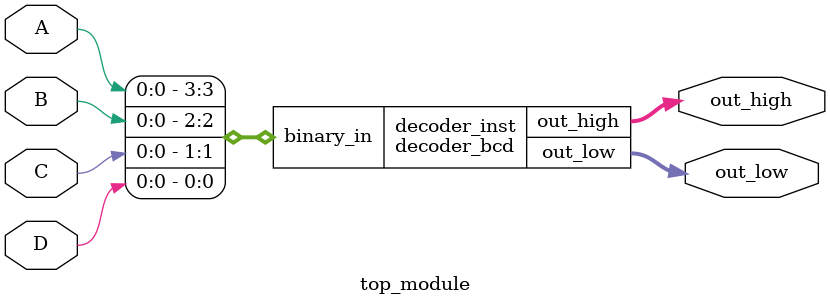
<source format=v>

module decoder_bcd (
    input [3:0] binary_in,
    output reg [3:0] out_high,
    output reg [3:0] out_low
);

    wire [15:0] decoder_out;
    wire [3:0] bcd_out;
    
    decoder_4to16 decoder_inst (
        .in(binary_in),
        .out(decoder_out)
    );
    
    bcd_encoder bcd_inst (
        .in(decoder_out),
        .out(bcd_out)
    );
    
    always @(*) begin
        out_high = bcd_out[3:0];
        out_low = bcd_out[3:0];
    end

endmodule
module decoder_4to16 (
    input [3:0] in,
    output reg [15:0] out
);

    always @* begin
        case (in)
            4'b0000: out = 16'b0000000000000001;
            4'b0001: out = 16'b0000000000000010;
            4'b0010: out = 16'b0000000000000100;
            4'b0011: out = 16'b0000000000001000;
            4'b0100: out = 16'b0000000000010000;
            4'b0101: out = 16'b0000000000100000;
            4'b0110: out = 16'b0000000001000000;
            4'b0111: out = 16'b0000000010000000;
            4'b1000: out = 16'b0000000100000000;
            4'b1001: out = 16'b0000001000000000;
            4'b1010: out = 16'b0000010000000000;
            4'b1011: out = 16'b0000100000000000;
            4'b1100: out = 16'b0001000000000000;
            4'b1101: out = 16'b0010000000000000;
            4'b1110: out = 16'b0100000000000000;
            4'b1111: out = 16'b1000000000000000;
            default: out = 16'b0000000000000000;
        endcase
    end

endmodule
module bcd_encoder (
    input [15:0] in,
    output reg [3:0] out
);

    always @* begin
        case (in)
            16'b0000000000000001: out = 4'b0001;
            16'b0000000000000010: out = 4'b0010;
            16'b0000000000000100: out = 4'b0011;
            16'b0000000000001000: out = 4'b0100;
            16'b0000000000010000: out = 4'b0101;
            16'b0000000000100000: out = 4'b0110;
            16'b0000000001000000: out = 4'b0111;
            16'b0000000010000000: out = 4'b1000;
            16'b0000000100000000: out = 4'b1001;
            16'b0000001000000000: out = 4'b0001;
            16'b0000010000000000: out = 4'b0010;
            16'b0000100000000000: out = 4'b0011;
            16'b0001000000000000: out = 4'b0100;
            16'b0010000000000000: out = 4'b0101;
            16'b0100000000000000: out = 4'b0110;
            16'b1000000000000000: out = 4'b0111;
            default: out = 4'b0000;
        endcase
    end

endmodule
module top_module (
    input A,
    input B,
    input C,
    input D,
    output reg [3:0] out_high,
    output reg [3:0] out_low
);

    decoder_bcd decoder_inst (
        .binary_in({A, B, C, D}),
        .out_high(out_high),
        .out_low(out_low)
    );

endmodule
</source>
